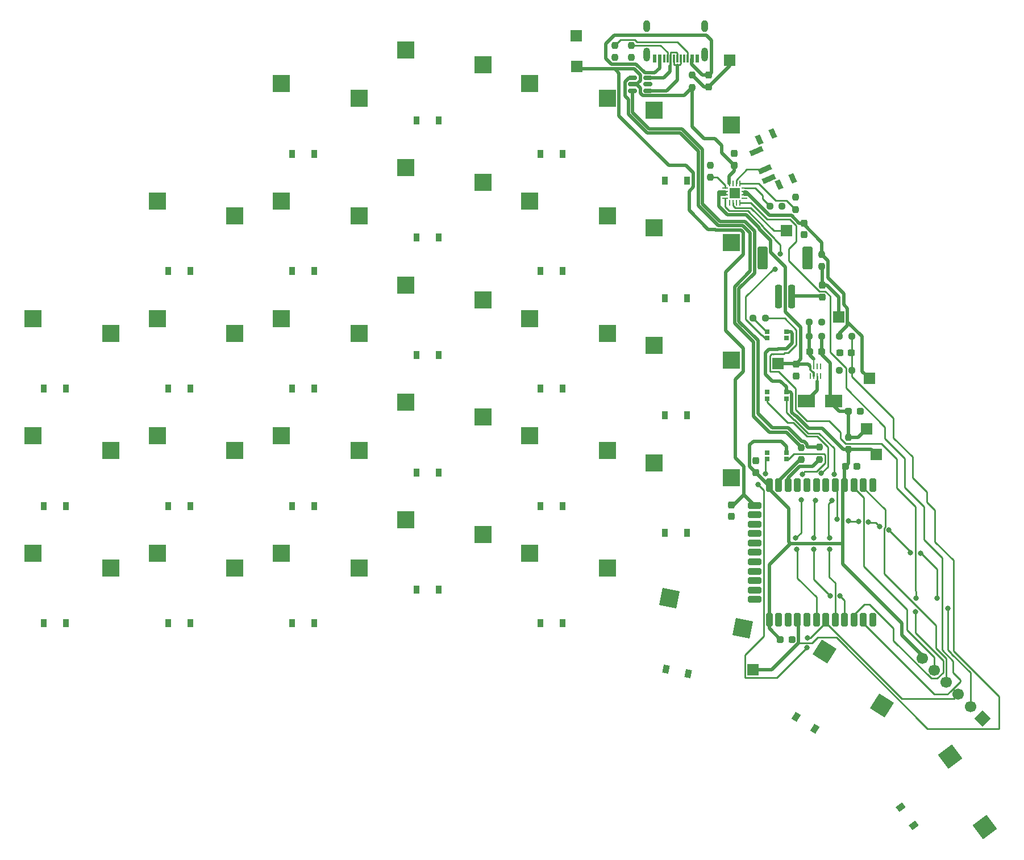
<source format=gbr>
%TF.GenerationSoftware,KiCad,Pcbnew,7.0.1*%
%TF.CreationDate,2023-03-12T20:23:32+01:00*%
%TF.ProjectId,grapto-v3w-left,67726170-746f-42d7-9633-772d6c656674,v1.0.0*%
%TF.SameCoordinates,Original*%
%TF.FileFunction,Copper,L2,Bot*%
%TF.FilePolarity,Positive*%
%FSLAX46Y46*%
G04 Gerber Fmt 4.6, Leading zero omitted, Abs format (unit mm)*
G04 Created by KiCad (PCBNEW 7.0.1) date 2023-03-12 20:23:32*
%MOMM*%
%LPD*%
G01*
G04 APERTURE LIST*
G04 Aperture macros list*
%AMRoundRect*
0 Rectangle with rounded corners*
0 $1 Rounding radius*
0 $2 $3 $4 $5 $6 $7 $8 $9 X,Y pos of 4 corners*
0 Add a 4 corners polygon primitive as box body*
4,1,4,$2,$3,$4,$5,$6,$7,$8,$9,$2,$3,0*
0 Add four circle primitives for the rounded corners*
1,1,$1+$1,$2,$3*
1,1,$1+$1,$4,$5*
1,1,$1+$1,$6,$7*
1,1,$1+$1,$8,$9*
0 Add four rect primitives between the rounded corners*
20,1,$1+$1,$2,$3,$4,$5,0*
20,1,$1+$1,$4,$5,$6,$7,0*
20,1,$1+$1,$6,$7,$8,$9,0*
20,1,$1+$1,$8,$9,$2,$3,0*%
%AMHorizOval*
0 Thick line with rounded ends*
0 $1 width*
0 $2 $3 position (X,Y) of the first rounded end (center of the circle)*
0 $4 $5 position (X,Y) of the second rounded end (center of the circle)*
0 Add line between two ends*
20,1,$1,$2,$3,$4,$5,0*
0 Add two circle primitives to create the rounded ends*
1,1,$1,$2,$3*
1,1,$1,$4,$5*%
%AMRotRect*
0 Rectangle, with rotation*
0 The origin of the aperture is its center*
0 $1 length*
0 $2 width*
0 $3 Rotation angle, in degrees counterclockwise*
0 Add horizontal line*
21,1,$1,$2,0,0,$3*%
G04 Aperture macros list end*
%TA.AperFunction,SMDPad,CuDef*%
%ADD10RoundRect,0.062500X0.375000X0.062500X-0.375000X0.062500X-0.375000X-0.062500X0.375000X-0.062500X0*%
%TD*%
%TA.AperFunction,SMDPad,CuDef*%
%ADD11RoundRect,0.062500X0.062500X0.375000X-0.062500X0.375000X-0.062500X-0.375000X0.062500X-0.375000X0*%
%TD*%
%TA.AperFunction,SMDPad,CuDef*%
%ADD12R,1.600000X1.600000*%
%TD*%
%TA.AperFunction,SMDPad,CuDef*%
%ADD13RoundRect,0.150000X0.512500X0.150000X-0.512500X0.150000X-0.512500X-0.150000X0.512500X-0.150000X0*%
%TD*%
%TA.AperFunction,SMDPad,CuDef*%
%ADD14RoundRect,0.062500X-0.062500X0.337500X-0.062500X-0.337500X0.062500X-0.337500X0.062500X0.337500X0*%
%TD*%
%TA.AperFunction,SMDPad,CuDef*%
%ADD15RoundRect,0.250000X0.250000X-0.750000X0.250000X0.750000X-0.250000X0.750000X-0.250000X-0.750000X0*%
%TD*%
%TA.AperFunction,SMDPad,CuDef*%
%ADD16RoundRect,0.250000X-0.750000X-0.250000X0.750000X-0.250000X0.750000X0.250000X-0.750000X0.250000X0*%
%TD*%
%TA.AperFunction,SMDPad,CuDef*%
%ADD17RoundRect,0.250000X-0.250000X0.750000X-0.250000X-0.750000X0.250000X-0.750000X0.250000X0.750000X0*%
%TD*%
%TA.AperFunction,ComponentPad*%
%ADD18R,1.700000X1.700000*%
%TD*%
%TA.AperFunction,SMDPad,CuDef*%
%ADD19RotRect,1.400000X0.800000X293.800000*%
%TD*%
%TA.AperFunction,SMDPad,CuDef*%
%ADD20RotRect,0.800000X2.000000X293.800000*%
%TD*%
%TA.AperFunction,SMDPad,CuDef*%
%ADD21RoundRect,0.237500X0.250000X0.237500X-0.250000X0.237500X-0.250000X-0.237500X0.250000X-0.237500X0*%
%TD*%
%TA.AperFunction,SMDPad,CuDef*%
%ADD22RoundRect,0.237500X-0.237500X0.250000X-0.237500X-0.250000X0.237500X-0.250000X0.237500X0.250000X0*%
%TD*%
%TA.AperFunction,SMDPad,CuDef*%
%ADD23RoundRect,0.237500X-0.250000X-0.237500X0.250000X-0.237500X0.250000X0.237500X-0.250000X0.237500X0*%
%TD*%
%TA.AperFunction,SMDPad,CuDef*%
%ADD24RoundRect,0.237500X0.237500X-0.250000X0.237500X0.250000X-0.237500X0.250000X-0.237500X-0.250000X0*%
%TD*%
%TA.AperFunction,SMDPad,CuDef*%
%ADD25R,2.500000X1.900000*%
%TD*%
%TA.AperFunction,ComponentPad*%
%ADD26RotRect,1.700000X1.700000X45.000000*%
%TD*%
%TA.AperFunction,ComponentPad*%
%ADD27HorizOval,1.700000X0.000000X0.000000X0.000000X0.000000X0*%
%TD*%
%TA.AperFunction,SMDPad,CuDef*%
%ADD28R,0.600000X1.240000*%
%TD*%
%TA.AperFunction,SMDPad,CuDef*%
%ADD29R,0.300000X1.240000*%
%TD*%
%TA.AperFunction,ComponentPad*%
%ADD30O,1.000000X1.800000*%
%TD*%
%TA.AperFunction,ComponentPad*%
%ADD31O,1.000000X2.100000*%
%TD*%
%TA.AperFunction,SMDPad,CuDef*%
%ADD32RoundRect,0.250000X-0.250000X-1.500000X0.250000X-1.500000X0.250000X1.500000X-0.250000X1.500000X0*%
%TD*%
%TA.AperFunction,SMDPad,CuDef*%
%ADD33RoundRect,0.250001X-0.499999X-1.449999X0.499999X-1.449999X0.499999X1.449999X-0.499999X1.449999X0*%
%TD*%
%TA.AperFunction,SMDPad,CuDef*%
%ADD34RoundRect,0.237500X-0.237500X0.287500X-0.237500X-0.287500X0.237500X-0.287500X0.237500X0.287500X0*%
%TD*%
%TA.AperFunction,SMDPad,CuDef*%
%ADD35RoundRect,0.237500X0.237500X-0.287500X0.237500X0.287500X-0.237500X0.287500X-0.237500X-0.287500X0*%
%TD*%
%TA.AperFunction,SMDPad,CuDef*%
%ADD36R,0.700000X0.700000*%
%TD*%
%TA.AperFunction,SMDPad,CuDef*%
%ADD37RoundRect,0.237500X-0.287500X-0.237500X0.287500X-0.237500X0.287500X0.237500X-0.287500X0.237500X0*%
%TD*%
%TA.AperFunction,SMDPad,CuDef*%
%ADD38RoundRect,0.237500X0.300000X0.237500X-0.300000X0.237500X-0.300000X-0.237500X0.300000X-0.237500X0*%
%TD*%
%TA.AperFunction,SMDPad,CuDef*%
%ADD39RoundRect,0.237500X0.287500X0.237500X-0.287500X0.237500X-0.287500X-0.237500X0.287500X-0.237500X0*%
%TD*%
%TA.AperFunction,SMDPad,CuDef*%
%ADD40RoundRect,0.237500X0.237500X-0.300000X0.237500X0.300000X-0.237500X0.300000X-0.237500X-0.300000X0*%
%TD*%
%TA.AperFunction,SMDPad,CuDef*%
%ADD41R,2.600000X2.600000*%
%TD*%
%TA.AperFunction,SMDPad,CuDef*%
%ADD42RotRect,2.600000X2.600000X348.500000*%
%TD*%
%TA.AperFunction,SMDPad,CuDef*%
%ADD43RotRect,2.600000X2.600000X327.780000*%
%TD*%
%TA.AperFunction,SMDPad,CuDef*%
%ADD44RotRect,2.600000X2.600000X307.060000*%
%TD*%
%TA.AperFunction,SMDPad,CuDef*%
%ADD45R,0.900000X1.200000*%
%TD*%
%TA.AperFunction,SMDPad,CuDef*%
%ADD46RotRect,0.900000X1.200000X348.500000*%
%TD*%
%TA.AperFunction,SMDPad,CuDef*%
%ADD47RotRect,0.900000X1.200000X327.780000*%
%TD*%
%TA.AperFunction,SMDPad,CuDef*%
%ADD48RotRect,0.900000X1.200000X307.060000*%
%TD*%
%TA.AperFunction,ViaPad*%
%ADD49C,0.800000*%
%TD*%
%TA.AperFunction,Conductor*%
%ADD50C,0.250000*%
%TD*%
%TA.AperFunction,Conductor*%
%ADD51C,0.500000*%
%TD*%
%TA.AperFunction,Conductor*%
%ADD52C,0.200000*%
%TD*%
%TA.AperFunction,Conductor*%
%ADD53C,0.300000*%
%TD*%
G04 APERTURE END LIST*
D10*
%TO.P,U4,1,TS*%
%TO.N,Net-(U4-TS)*%
X342700000Y-119600000D03*
%TO.P,U4,2,BAT*%
%TO.N,/controller/BatteryManagement/bat_fused*%
X342700000Y-120100000D03*
%TO.P,U4,3,BAT*%
X342700000Y-120600000D03*
%TO.P,U4,4,~{CE}*%
%TO.N,sysgnd*%
X342700000Y-121100000D03*
D11*
%TO.P,U4,5,EN2*%
%TO.N,/controller/fast_chg*%
X342012500Y-121787500D03*
%TO.P,U4,6,EN1*%
%TO.N,sysgnd*%
X341512500Y-121787500D03*
%TO.P,U4,7,~{PGOOD}*%
%TO.N,Net-(U4-~{PGOOD})*%
X341012500Y-121787500D03*
%TO.P,U4,8,VSS*%
%TO.N,sysgnd*%
X340512500Y-121787500D03*
D10*
%TO.P,U4,9,~{CHG}*%
%TO.N,/controller/chg_led*%
X339825000Y-121100000D03*
%TO.P,U4,10,OUT*%
%TO.N,vsys*%
X339825000Y-120600000D03*
%TO.P,U4,11,OUT*%
X339825000Y-120100000D03*
%TO.P,U4,12,ILIM*%
%TO.N,Net-(U4-ILIM)*%
X339825000Y-119600000D03*
D11*
%TO.P,U4,13,IN*%
%TO.N,/controller/vusb*%
X340512500Y-118912500D03*
%TO.P,U4,14,TMR*%
%TO.N,unconnected-(U4-TMR-Pad14)*%
X341012500Y-118912500D03*
%TO.P,U4,15,SYSOFF*%
%TO.N,Net-(SW31-B)*%
X341512500Y-118912500D03*
%TO.P,U4,16,ISET*%
%TO.N,Net-(U4-ISET)*%
X342012500Y-118912500D03*
D12*
%TO.P,U4,17,VSS*%
%TO.N,sysgnd*%
X341262500Y-120350000D03*
%TD*%
D13*
%TO.P,U3,1,I/O1*%
%TO.N,usb1_n*%
X328337500Y-103200000D03*
%TO.P,U3,2,GND*%
%TO.N,sysgnd*%
X328337500Y-104150000D03*
%TO.P,U3,3,I/O2*%
%TO.N,usb1_p*%
X328337500Y-105100000D03*
%TO.P,U3,4,I/O2*%
%TO.N,USB0_P*%
X326062500Y-105100000D03*
%TO.P,U3,5,VBUS*%
%TO.N,/controller/vusb*%
X326062500Y-104150000D03*
%TO.P,U3,6,I/O1*%
%TO.N,USB0_N*%
X326062500Y-103200000D03*
%TD*%
D14*
%TO.P,U2,1,EN*%
%TO.N,vsys*%
X352515000Y-146185000D03*
%TO.P,U2,2,FB*%
%TO.N,Net-(U2-FB)*%
X353015000Y-146185000D03*
%TO.P,U2,3,AGND*%
%TO.N,sysgnd*%
X353515000Y-146185000D03*
%TO.P,U2,4,NC*%
%TO.N,unconnected-(U2-NC-Pad4)*%
X354015000Y-146185000D03*
%TO.P,U2,5,PGND*%
%TO.N,sysgnd*%
X354015000Y-147635000D03*
%TO.P,U2,6,SW*%
%TO.N,Net-(U2-SW)*%
X353515000Y-147635000D03*
%TO.P,U2,7,VIN*%
%TO.N,vsys*%
X353015000Y-147635000D03*
%TO.P,U2,8,PG*%
%TO.N,unconnected-(U2-PG-Pad8)*%
X352515000Y-147635000D03*
%TD*%
D15*
%TO.P,U1,1,GND*%
%TO.N,sysgnd*%
X361820000Y-183970000D03*
%TO.P,U1,2,P1.10*%
%TO.N,/controller/fast_chg*%
X360420000Y-183970000D03*
%TO.P,U1,3,P1.13*%
%TO.N,/controller/fast_chg_led*%
X359020000Y-183970000D03*
%TO.P,U1,4,P1.15*%
%TO.N,/controller/bat_lvl1*%
X357620000Y-183970000D03*
%TO.P,U1,5,P0.02/AIN0*%
%TO.N,/controller/bat_lvl2*%
X356220000Y-183970000D03*
%TO.P,U1,6,P0.04/AIN1*%
%TO.N,/controller/status1*%
X354820000Y-183970000D03*
%TO.P,U1,7,P0.28/AIN4*%
%TO.N,/controller/status2*%
X353420000Y-183970000D03*
%TO.P,U1,8,P0.29/AIN5*%
%TO.N,sysgnd*%
X352020000Y-183970000D03*
%TO.P,U1,9,P0.31/AIN7*%
%TO.N,/controller/low_batt*%
X350620000Y-183970000D03*
%TO.P,U1,10,P0.30/AIN6*%
%TO.N,col5*%
X349220000Y-183970000D03*
%TO.P,U1,11,AIN3*%
%TO.N,col4*%
X347820000Y-183970000D03*
%TO.P,U1,12,VDD*%
%TO.N,/controller/vdd*%
X346420000Y-183970000D03*
D16*
%TO.P,U1,13,GND*%
%TO.N,sysgnd*%
X344220000Y-180920000D03*
%TO.P,U1,14,P0.04/AIN2*%
%TO.N,col3*%
X344220000Y-179520000D03*
%TO.P,U1,15,P0.26*%
%TO.N,col2*%
X344220000Y-178120000D03*
%TO.P,U1,16,P0.27*%
%TO.N,col1*%
X344220000Y-176720000D03*
%TO.P,U1,17,P0.06*%
%TO.N,col0*%
X344220000Y-175320000D03*
%TO.P,U1,18,P0.10/NFC2*%
%TO.N,row4*%
X344220000Y-173920000D03*
%TO.P,U1,19,P0.09/NFC1*%
%TO.N,row3*%
X344220000Y-172520000D03*
%TO.P,U1,20,P0.08*%
%TO.N,row2*%
X344220000Y-171120000D03*
%TO.P,U1,21,P1.09*%
%TO.N,row1*%
X344220000Y-169720000D03*
%TO.P,U1,22,P0.12*%
%TO.N,row0*%
X344220000Y-168320000D03*
%TO.P,U1,23,VBUS*%
%TO.N,/controller/vusb*%
X344220000Y-166920000D03*
D17*
%TO.P,U1,24,VDD*%
%TO.N,/controller/vdd*%
X346420000Y-163870000D03*
%TO.P,U1,25,USB_D-*%
%TO.N,USB_N*%
X347820000Y-163870000D03*
%TO.P,U1,26,USB_D+*%
%TO.N,USB_P*%
X349220000Y-163870000D03*
%TO.P,U1,27,P0.13*%
%TO.N,sysgnd*%
X350620000Y-163870000D03*
%TO.P,U1,28,P0.15*%
X352020000Y-163870000D03*
%TO.P,U1,29,P0.17*%
X353420000Y-163870000D03*
%TO.P,U1,30,P0.24*%
X354820000Y-163870000D03*
%TO.P,U1,31,RST/SWO*%
%TO.N,/controller/reset*%
X356220000Y-163870000D03*
%TO.P,U1,32,VDD*%
%TO.N,/controller/vdd*%
X357620000Y-163870000D03*
%TO.P,U1,33,SWDIO*%
%TO.N,/controller/swdio*%
X359020000Y-163870000D03*
%TO.P,U1,34,SWDCLK*%
%TO.N,/controller/swdclk*%
X360420000Y-163870000D03*
%TO.P,U1,35,GND*%
%TO.N,sysgnd*%
X361820000Y-163870000D03*
%TD*%
D18*
%TO.P,TP22,1,1*%
%TO.N,/controller/low_batt*%
X343940000Y-191410000D03*
%TD*%
%TO.P,TP18,1,1*%
%TO.N,/controller/vdd*%
X362330000Y-159290000D03*
%TD*%
%TO.P,TP17,1,1*%
%TO.N,Net-(C17-Pad1)*%
X360870000Y-155530000D03*
%TD*%
%TO.P,TP16,1,1*%
%TO.N,vsys*%
X347700000Y-145800000D03*
%TD*%
%TO.P,TP15,1,1*%
%TO.N,sysgnd*%
X317650000Y-96950000D03*
%TD*%
%TO.P,TP14,1,1*%
%TO.N,/controller/vusb*%
X317700000Y-101500000D03*
%TD*%
%TO.P,TP13,1,1*%
%TO.N,Net-(F4-Pad2)*%
X340500000Y-100560000D03*
%TD*%
%TO.P,TP11,1,1*%
%TO.N,/controller/BatteryManagement/bat_fused*%
X361300000Y-148000000D03*
%TD*%
%TO.P,TP10,1,1*%
%TO.N,Net-(F3-Pad2)*%
X356760000Y-138860000D03*
%TD*%
%TO.P,TP1,1,1*%
%TO.N,Net-(U4-~{PGOOD})*%
X349000000Y-126000000D03*
%TD*%
D19*
%TO.P,SW31,*%
%TO.N,*%
X347859272Y-119084368D03*
X346935452Y-111513327D03*
X349881333Y-118192533D03*
X344913391Y-112405163D03*
D20*
%TO.P,SW31,1,A*%
%TO.N,sysgnd*%
X344517647Y-114109829D03*
%TO.P,SW31,2,B*%
%TO.N,Net-(SW31-B)*%
X345728283Y-116854708D03*
%TO.P,SW31,3,C*%
%TO.N,unconnected-(SW31-C-Pad3)*%
X346333601Y-118227147D03*
%TD*%
D21*
%TO.P,R30,1*%
%TO.N,/controller/low_batt*%
X358672500Y-146800000D03*
%TO.P,R30,2*%
%TO.N,sysgnd*%
X356847500Y-146800000D03*
%TD*%
D22*
%TO.P,R25,1*%
%TO.N,USB0_P*%
X353910000Y-158257500D03*
%TO.P,R25,2*%
%TO.N,USB_P*%
X353910000Y-160082500D03*
%TD*%
%TO.P,R24,1*%
%TO.N,USB0_N*%
X351130000Y-158277500D03*
%TO.P,R24,2*%
%TO.N,USB_N*%
X351130000Y-160102500D03*
%TD*%
%TO.P,R23,1*%
%TO.N,cc2*%
X323400000Y-98337500D03*
%TO.P,R23,2*%
%TO.N,sysgnd*%
X323400000Y-100162500D03*
%TD*%
%TO.P,R20,1*%
%TO.N,cc1*%
X325860000Y-98327500D03*
%TO.P,R20,2*%
%TO.N,sysgnd*%
X325860000Y-100152500D03*
%TD*%
D23*
%TO.P,R19,1*%
%TO.N,/controller/BatteryManagement/bat_fused*%
X356857500Y-141700000D03*
%TO.P,R19,2*%
%TO.N,/controller/low_batt*%
X358682500Y-141700000D03*
%TD*%
D24*
%TO.P,R14,1*%
%TO.N,Net-(F3-Pad2)*%
X354260000Y-131312500D03*
%TO.P,R14,2*%
%TO.N,/controller/BatteryManagement/bat_fused*%
X354260000Y-129487500D03*
%TD*%
D22*
%TO.P,R13,1*%
%TO.N,Net-(F4-Pad2)*%
X334930000Y-102787500D03*
%TO.P,R13,2*%
%TO.N,/controller/vusb*%
X334930000Y-104612500D03*
%TD*%
D23*
%TO.P,R9,1*%
%TO.N,Net-(U2-FB)*%
X352387500Y-139600000D03*
%TO.P,R9,2*%
%TO.N,sysgnd*%
X354212500Y-139600000D03*
%TD*%
D24*
%TO.P,R8,1*%
%TO.N,Net-(U4-ISET)*%
X350300000Y-122812500D03*
%TO.P,R8,2*%
%TO.N,sysgnd*%
X350300000Y-120987500D03*
%TD*%
%TO.P,R7,1*%
%TO.N,Net-(U4-ILIM)*%
X337600000Y-118012500D03*
%TO.P,R7,2*%
%TO.N,sysgnd*%
X337600000Y-116187500D03*
%TD*%
D21*
%TO.P,R5,1*%
%TO.N,Net-(C17-Pad1)*%
X354200000Y-141730000D03*
%TO.P,R5,2*%
%TO.N,Net-(U2-FB)*%
X352375000Y-141730000D03*
%TD*%
D23*
%TO.P,R4,2*%
%TO.N,sysgnd*%
X348312500Y-122300000D03*
%TO.P,R4,1*%
%TO.N,Net-(U4-TS)*%
X346487500Y-122300000D03*
%TD*%
D22*
%TO.P,R2,1*%
%TO.N,Net-(C17-Pad1)*%
X358170000Y-156737500D03*
%TO.P,R2,2*%
%TO.N,/controller/vdd*%
X358170000Y-158562500D03*
%TD*%
D21*
%TO.P,R1,2*%
%TO.N,Net-(D30-RK)*%
X343975000Y-139000000D03*
%TO.P,R1,1*%
%TO.N,/controller/fast_chg_led*%
X345800000Y-139000000D03*
%TD*%
D25*
%TO.P,L2,1,1*%
%TO.N,Net-(U2-SW)*%
X351900000Y-151380000D03*
%TO.P,L2,2,2*%
%TO.N,Net-(C17-Pad1)*%
X356000000Y-151380000D03*
%TD*%
D26*
%TO.P,J8,1,Pin_1*%
%TO.N,sysgnd*%
X378166051Y-198676051D03*
D27*
%TO.P,J8,2,Pin_2*%
%TO.N,/controller/reset*%
X376370000Y-196880000D03*
%TO.P,J8,3,Pin_3*%
%TO.N,/controller/status1*%
X374573949Y-195083949D03*
%TO.P,J8,4,Pin_4*%
%TO.N,/controller/swdclk*%
X372777897Y-193287897D03*
%TO.P,J8,5,Pin_5*%
%TO.N,/controller/swdio*%
X370981846Y-191491846D03*
%TO.P,J8,6,Pin_6*%
%TO.N,/controller/vdd*%
X369185795Y-189695795D03*
%TD*%
D28*
%TO.P,J6,A1,GND*%
%TO.N,sysgnd*%
X329290000Y-100320000D03*
%TO.P,J6,A4,VBUS*%
%TO.N,vbus_no_fuse*%
X330090000Y-100320000D03*
D29*
%TO.P,J6,A5,CC1*%
%TO.N,cc1*%
X331240000Y-100320000D03*
%TO.P,J6,A6,D+*%
%TO.N,usb1_p*%
X332240000Y-100320000D03*
%TO.P,J6,A7,D-*%
%TO.N,usb1_n*%
X332740000Y-100320000D03*
%TO.P,J6,A8,SBU1*%
%TO.N,unconnected-(J6-SBU1-PadA8)*%
X333740000Y-100320000D03*
D28*
%TO.P,J6,A9,VBUS*%
%TO.N,vbus_no_fuse*%
X334890000Y-100320000D03*
%TO.P,J6,A12,GND*%
%TO.N,sysgnd*%
X335690000Y-100320000D03*
%TO.P,J6,B1,GND*%
X335690000Y-100320000D03*
%TO.P,J6,B4,VBUS*%
%TO.N,vbus_no_fuse*%
X334890000Y-100320000D03*
D29*
%TO.P,J6,B5,CC2*%
%TO.N,cc2*%
X334240000Y-100320000D03*
%TO.P,J6,B6,D+*%
%TO.N,usb1_p*%
X333240000Y-100320000D03*
%TO.P,J6,B7,D-*%
%TO.N,usb1_n*%
X331740000Y-100320000D03*
%TO.P,J6,B8,SBU2*%
%TO.N,unconnected-(J6-SBU2-PadB8)*%
X330740000Y-100320000D03*
D28*
%TO.P,J6,B9,VBUS*%
%TO.N,vbus_no_fuse*%
X330090000Y-100320000D03*
%TO.P,J6,B12,GND*%
%TO.N,sysgnd*%
X329290000Y-100320000D03*
D30*
%TO.P,J6,S1,SHIELD*%
%TO.N,/controller/chassi*%
X328170000Y-95520000D03*
D31*
X328170000Y-99720000D03*
X336810000Y-99720000D03*
D30*
X336810000Y-95520000D03*
%TD*%
D32*
%TO.P,J1,1,Pin_1*%
%TO.N,sysgnd*%
X347770000Y-135760000D03*
%TO.P,J1,2,Pin_2*%
%TO.N,/controller/BatteryManagement/bat+*%
X349770000Y-135760000D03*
D33*
%TO.P,J1,MP*%
%TO.N,N/C*%
X352120000Y-130010000D03*
X345420000Y-130010000D03*
%TD*%
D34*
%TO.P,F4,2*%
%TO.N,Net-(F4-Pad2)*%
X337380000Y-104515000D03*
%TO.P,F4,1*%
%TO.N,vbus_no_fuse*%
X337380000Y-102765000D03*
%TD*%
D35*
%TO.P,F3,2*%
%TO.N,Net-(F3-Pad2)*%
X354290000Y-134095000D03*
%TO.P,F3,1*%
%TO.N,/controller/BatteryManagement/bat+*%
X354290000Y-135845000D03*
%TD*%
D36*
%TO.P,D32,1,A*%
%TO.N,/controller/vdd*%
X348950000Y-159060000D03*
%TO.P,D32,2,RK*%
%TO.N,unconnected-(D32-RK-Pad2)*%
X346050000Y-159060000D03*
%TO.P,D32,3,GK*%
%TO.N,/controller/status1*%
X346050000Y-160010000D03*
%TO.P,D32,4,BK*%
%TO.N,/controller/status2*%
X348950000Y-160010000D03*
%TD*%
%TO.P,D31,1,A*%
%TO.N,/controller/vdd*%
X348950000Y-150045000D03*
%TO.P,D31,2,RK*%
%TO.N,unconnected-(D31-RK-Pad2)*%
X346050000Y-150045000D03*
%TO.P,D31,3,GK*%
%TO.N,/controller/bat_lvl1*%
X346050000Y-150995000D03*
%TO.P,D31,4,BK*%
%TO.N,/controller/bat_lvl2*%
X348950000Y-150995000D03*
%TD*%
%TO.P,D30,1,A*%
%TO.N,/controller/vdd*%
X348960000Y-141045000D03*
%TO.P,D30,2,RK*%
%TO.N,Net-(D30-RK)*%
X346060000Y-141045000D03*
%TO.P,D30,3,GK*%
%TO.N,/controller/chg_led*%
X346060000Y-141995000D03*
%TO.P,D30,4,BK*%
%TO.N,unconnected-(D30-BK-Pad4)*%
X348960000Y-141995000D03*
%TD*%
D37*
%TO.P,C17,1*%
%TO.N,Net-(C17-Pad1)*%
X358205000Y-152870000D03*
%TO.P,C17,2*%
%TO.N,sysgnd*%
X359955000Y-152870000D03*
%TD*%
D34*
%TO.P,C16,1*%
%TO.N,vsys*%
X350380000Y-145855000D03*
%TO.P,C16,2*%
%TO.N,sysgnd*%
X350380000Y-147605000D03*
%TD*%
%TO.P,C10,1*%
%TO.N,/controller/BatteryManagement/bat_fused*%
X351600000Y-124825000D03*
%TO.P,C10,2*%
%TO.N,sysgnd*%
X351600000Y-126575000D03*
%TD*%
%TO.P,C7,1*%
%TO.N,/controller/vusb*%
X340770000Y-166820000D03*
%TO.P,C7,2*%
%TO.N,sysgnd*%
X340770000Y-168570000D03*
%TD*%
D37*
%TO.P,C6,1*%
%TO.N,/controller/vdd*%
X348060000Y-186880000D03*
%TO.P,C6,2*%
%TO.N,sysgnd*%
X349810000Y-186880000D03*
%TD*%
D38*
%TO.P,C5,1*%
%TO.N,/controller/low_batt*%
X358662500Y-144200000D03*
%TO.P,C5,2*%
%TO.N,sysgnd*%
X356937500Y-144200000D03*
%TD*%
D35*
%TO.P,C4,1*%
%TO.N,/controller/vdd*%
X344410000Y-161995000D03*
%TO.P,C4,2*%
%TO.N,sysgnd*%
X344410000Y-160245000D03*
%TD*%
D37*
%TO.P,C3,2*%
%TO.N,sysgnd*%
X359495000Y-161090000D03*
%TO.P,C3,1*%
%TO.N,/controller/vdd*%
X357745000Y-161090000D03*
%TD*%
D39*
%TO.P,C2,1*%
%TO.N,Net-(C17-Pad1)*%
X354180000Y-144010000D03*
%TO.P,C2,2*%
%TO.N,Net-(U2-FB)*%
X352430000Y-144010000D03*
%TD*%
D40*
%TO.P,C1,1*%
%TO.N,/controller/vusb*%
X341200000Y-116200000D03*
%TO.P,C1,2*%
%TO.N,sysgnd*%
X341200000Y-114475000D03*
%TD*%
D41*
%TO.P,S1,1*%
%TO.N,col5row3*%
X236725000Y-174050000D03*
%TO.P,S1,2*%
%TO.N,row3*%
X248275000Y-176250000D03*
%TD*%
%TO.P,S2,1*%
%TO.N,col5row2*%
X236725000Y-156550000D03*
%TO.P,S2,2*%
%TO.N,row2*%
X248275000Y-158750000D03*
%TD*%
%TO.P,S3,1*%
%TO.N,col5row1*%
X236725000Y-139050000D03*
%TO.P,S3,2*%
%TO.N,row1*%
X248275000Y-141250000D03*
%TD*%
%TO.P,S4,1*%
%TO.N,col4row3*%
X255225000Y-174050000D03*
%TO.P,S4,2*%
%TO.N,row3*%
X266775000Y-176250000D03*
%TD*%
%TO.P,S5,1*%
%TO.N,col4row2*%
X255225000Y-156550000D03*
%TO.P,S5,2*%
%TO.N,row2*%
X266775000Y-158750000D03*
%TD*%
%TO.P,S6,1*%
%TO.N,col4row1*%
X255225000Y-139050000D03*
%TO.P,S6,2*%
%TO.N,row1*%
X266775000Y-141250000D03*
%TD*%
%TO.P,S7,1*%
%TO.N,col4row0*%
X255225000Y-121550000D03*
%TO.P,S7,2*%
%TO.N,row0*%
X266775000Y-123750000D03*
%TD*%
%TO.P,S8,1*%
%TO.N,col5row4*%
X273725000Y-174050000D03*
%TO.P,S8,2*%
%TO.N,row4*%
X285275000Y-176250000D03*
%TD*%
%TO.P,S9,1*%
%TO.N,col3row3*%
X273725000Y-156550000D03*
%TO.P,S9,2*%
%TO.N,row3*%
X285275000Y-158750000D03*
%TD*%
%TO.P,S10,1*%
%TO.N,col3row2*%
X273725000Y-139050000D03*
%TO.P,S10,2*%
%TO.N,row2*%
X285275000Y-141250000D03*
%TD*%
%TO.P,S11,1*%
%TO.N,col3row1*%
X273725000Y-121550000D03*
%TO.P,S11,2*%
%TO.N,row1*%
X285275000Y-123750000D03*
%TD*%
%TO.P,S12,1*%
%TO.N,col3row0*%
X273725000Y-104050000D03*
%TO.P,S12,2*%
%TO.N,row0*%
X285275000Y-106250000D03*
%TD*%
%TO.P,S13,1*%
%TO.N,col4row4*%
X292225000Y-169050000D03*
%TO.P,S13,2*%
%TO.N,row4*%
X303775000Y-171250000D03*
%TD*%
%TO.P,S14,1*%
%TO.N,col2row3*%
X292225000Y-151550000D03*
%TO.P,S14,2*%
%TO.N,row3*%
X303775000Y-153750000D03*
%TD*%
%TO.P,S15,1*%
%TO.N,col2row2*%
X292225000Y-134050000D03*
%TO.P,S15,2*%
%TO.N,row2*%
X303775000Y-136250000D03*
%TD*%
%TO.P,S16,1*%
%TO.N,col2row1*%
X292225000Y-116550000D03*
%TO.P,S16,2*%
%TO.N,row1*%
X303775000Y-118750000D03*
%TD*%
%TO.P,S17,1*%
%TO.N,col2row0*%
X292225000Y-99050000D03*
%TO.P,S17,2*%
%TO.N,row0*%
X303775000Y-101250000D03*
%TD*%
%TO.P,S18,1*%
%TO.N,col3row4*%
X310725000Y-174050000D03*
%TO.P,S18,2*%
%TO.N,row4*%
X322275000Y-176250000D03*
%TD*%
%TO.P,S19,1*%
%TO.N,col1row3*%
X310725000Y-156550000D03*
%TO.P,S19,2*%
%TO.N,row3*%
X322275000Y-158750000D03*
%TD*%
%TO.P,S20,1*%
%TO.N,col1row2*%
X310725000Y-139050000D03*
%TO.P,S20,2*%
%TO.N,row2*%
X322275000Y-141250000D03*
%TD*%
%TO.P,S21,1*%
%TO.N,col1row1*%
X310725000Y-121550000D03*
%TO.P,S21,2*%
%TO.N,row1*%
X322275000Y-123750000D03*
%TD*%
%TO.P,S22,1*%
%TO.N,col1row0*%
X310725000Y-104050000D03*
%TO.P,S22,2*%
%TO.N,row0*%
X322275000Y-106250000D03*
%TD*%
%TO.P,S23,1*%
%TO.N,col0row3*%
X329225000Y-160550000D03*
%TO.P,S23,2*%
%TO.N,row3*%
X340775000Y-162750000D03*
%TD*%
%TO.P,S24,1*%
%TO.N,col0row2*%
X329225000Y-143050000D03*
%TO.P,S24,2*%
%TO.N,row2*%
X340775000Y-145250000D03*
%TD*%
%TO.P,S25,1*%
%TO.N,col0row1*%
X329225000Y-125550000D03*
%TO.P,S25,2*%
%TO.N,row1*%
X340775000Y-127750000D03*
%TD*%
%TO.P,S26,1*%
%TO.N,col0row0*%
X329225000Y-108050000D03*
%TO.P,S26,2*%
%TO.N,row0*%
X340775000Y-110250000D03*
%TD*%
D42*
%TO.P,S27,1*%
%TO.N,col2row4*%
X331547924Y-180737171D03*
%TO.P,S27,2*%
%TO.N,row4*%
X342427445Y-185195705D03*
%TD*%
D43*
%TO.P,S28,1*%
%TO.N,col1row4*%
X354601704Y-188716882D03*
%TO.P,S28,2*%
%TO.N,row4*%
X363200108Y-196736230D03*
%TD*%
D44*
%TO.P,S29,1*%
%TO.N,col0row4*%
X373341147Y-204336928D03*
%TO.P,S29,2*%
%TO.N,row4*%
X378546155Y-214879716D03*
%TD*%
D41*
%TO.P,S88,1*%
%TO.N,col5row3*%
X236725000Y-174050000D03*
%TO.P,S88,2*%
%TO.N,row3*%
X248275000Y-176250000D03*
%TD*%
%TO.P,S89,1*%
%TO.N,col5row2*%
X236725000Y-156550000D03*
%TO.P,S89,2*%
%TO.N,row2*%
X248275000Y-158750000D03*
%TD*%
%TO.P,S90,1*%
%TO.N,col5row1*%
X236725000Y-139050000D03*
%TO.P,S90,2*%
%TO.N,row1*%
X248275000Y-141250000D03*
%TD*%
%TO.P,S91,1*%
%TO.N,col4row3*%
X255225000Y-174050000D03*
%TO.P,S91,2*%
%TO.N,row3*%
X266775000Y-176250000D03*
%TD*%
%TO.P,S92,1*%
%TO.N,col4row2*%
X255225000Y-156550000D03*
%TO.P,S92,2*%
%TO.N,row2*%
X266775000Y-158750000D03*
%TD*%
%TO.P,S93,1*%
%TO.N,col4row1*%
X255225000Y-139050000D03*
%TO.P,S93,2*%
%TO.N,row1*%
X266775000Y-141250000D03*
%TD*%
%TO.P,S94,1*%
%TO.N,col4row0*%
X255225000Y-121550000D03*
%TO.P,S94,2*%
%TO.N,row0*%
X266775000Y-123750000D03*
%TD*%
%TO.P,S95,1*%
%TO.N,col5row4*%
X273725000Y-174050000D03*
%TO.P,S95,2*%
%TO.N,row4*%
X285275000Y-176250000D03*
%TD*%
%TO.P,S96,1*%
%TO.N,col3row3*%
X273725000Y-156550000D03*
%TO.P,S96,2*%
%TO.N,row3*%
X285275000Y-158750000D03*
%TD*%
%TO.P,S97,1*%
%TO.N,col3row2*%
X273725000Y-139050000D03*
%TO.P,S97,2*%
%TO.N,row2*%
X285275000Y-141250000D03*
%TD*%
%TO.P,S98,1*%
%TO.N,col3row1*%
X273725000Y-121550000D03*
%TO.P,S98,2*%
%TO.N,row1*%
X285275000Y-123750000D03*
%TD*%
%TO.P,S99,1*%
%TO.N,col3row0*%
X273725000Y-104050000D03*
%TO.P,S99,2*%
%TO.N,row0*%
X285275000Y-106250000D03*
%TD*%
%TO.P,S100,1*%
%TO.N,col4row4*%
X292225000Y-169050000D03*
%TO.P,S100,2*%
%TO.N,row4*%
X303775000Y-171250000D03*
%TD*%
%TO.P,S101,1*%
%TO.N,col2row3*%
X292225000Y-151550000D03*
%TO.P,S101,2*%
%TO.N,row3*%
X303775000Y-153750000D03*
%TD*%
%TO.P,S102,1*%
%TO.N,col2row2*%
X292225000Y-134050000D03*
%TO.P,S102,2*%
%TO.N,row2*%
X303775000Y-136250000D03*
%TD*%
%TO.P,S103,1*%
%TO.N,col2row1*%
X292225000Y-116550000D03*
%TO.P,S103,2*%
%TO.N,row1*%
X303775000Y-118750000D03*
%TD*%
%TO.P,S104,1*%
%TO.N,col2row0*%
X292225000Y-99050000D03*
%TO.P,S104,2*%
%TO.N,row0*%
X303775000Y-101250000D03*
%TD*%
%TO.P,S105,1*%
%TO.N,col3row4*%
X310725000Y-174050000D03*
%TO.P,S105,2*%
%TO.N,row4*%
X322275000Y-176250000D03*
%TD*%
%TO.P,S106,1*%
%TO.N,col1row3*%
X310725000Y-156550000D03*
%TO.P,S106,2*%
%TO.N,row3*%
X322275000Y-158750000D03*
%TD*%
%TO.P,S107,1*%
%TO.N,col1row2*%
X310725000Y-139050000D03*
%TO.P,S107,2*%
%TO.N,row2*%
X322275000Y-141250000D03*
%TD*%
%TO.P,S108,1*%
%TO.N,col1row1*%
X310725000Y-121550000D03*
%TO.P,S108,2*%
%TO.N,row1*%
X322275000Y-123750000D03*
%TD*%
%TO.P,S109,1*%
%TO.N,col1row0*%
X310725000Y-104050000D03*
%TO.P,S109,2*%
%TO.N,row0*%
X322275000Y-106250000D03*
%TD*%
%TO.P,S110,1*%
%TO.N,col0row3*%
X329225000Y-160550000D03*
%TO.P,S110,2*%
%TO.N,row3*%
X340775000Y-162750000D03*
%TD*%
%TO.P,S111,1*%
%TO.N,col0row2*%
X329225000Y-143050000D03*
%TO.P,S111,2*%
%TO.N,row2*%
X340775000Y-145250000D03*
%TD*%
%TO.P,S112,1*%
%TO.N,col0row1*%
X329225000Y-125550000D03*
%TO.P,S112,2*%
%TO.N,row1*%
X340775000Y-127750000D03*
%TD*%
%TO.P,S113,1*%
%TO.N,col0row0*%
X329225000Y-108050000D03*
%TO.P,S113,2*%
%TO.N,row0*%
X340775000Y-110250000D03*
%TD*%
D42*
%TO.P,S114,1*%
%TO.N,col2row4*%
X331547924Y-180737171D03*
%TO.P,S114,2*%
%TO.N,row4*%
X342427445Y-185195705D03*
%TD*%
D43*
%TO.P,S115,1*%
%TO.N,col1row4*%
X354601704Y-188716882D03*
%TO.P,S115,2*%
%TO.N,row4*%
X363200108Y-196736230D03*
%TD*%
D44*
%TO.P,S116,1*%
%TO.N,col0row4*%
X373341147Y-204336928D03*
%TO.P,S116,2*%
%TO.N,row4*%
X378546155Y-214879716D03*
%TD*%
D45*
%TO.P,D88,2*%
%TO.N,col5*%
X241650000Y-184500000D03*
%TO.P,D88,1*%
%TO.N,col5row3*%
X238350000Y-184500000D03*
%TD*%
%TO.P,D89,2*%
%TO.N,col5*%
X241650000Y-167000000D03*
%TO.P,D89,1*%
%TO.N,col5row2*%
X238350000Y-167000000D03*
%TD*%
%TO.P,D90,2*%
%TO.N,col5*%
X241650000Y-149500000D03*
%TO.P,D90,1*%
%TO.N,col5row1*%
X238350000Y-149500000D03*
%TD*%
%TO.P,D91,2*%
%TO.N,col4*%
X260150000Y-184500000D03*
%TO.P,D91,1*%
%TO.N,col4row3*%
X256850000Y-184500000D03*
%TD*%
%TO.P,D92,2*%
%TO.N,col4*%
X260150000Y-167000000D03*
%TO.P,D92,1*%
%TO.N,col4row2*%
X256850000Y-167000000D03*
%TD*%
%TO.P,D93,2*%
%TO.N,col4*%
X260150000Y-149500000D03*
%TO.P,D93,1*%
%TO.N,col4row1*%
X256850000Y-149500000D03*
%TD*%
%TO.P,D94,2*%
%TO.N,col4*%
X260150000Y-132000000D03*
%TO.P,D94,1*%
%TO.N,col4row0*%
X256850000Y-132000000D03*
%TD*%
%TO.P,D95,2*%
%TO.N,col5*%
X278650000Y-184500000D03*
%TO.P,D95,1*%
%TO.N,col5row4*%
X275350000Y-184500000D03*
%TD*%
%TO.P,D96,2*%
%TO.N,col3*%
X278650000Y-167000000D03*
%TO.P,D96,1*%
%TO.N,col3row3*%
X275350000Y-167000000D03*
%TD*%
%TO.P,D97,2*%
%TO.N,col3*%
X278650000Y-149500000D03*
%TO.P,D97,1*%
%TO.N,col3row2*%
X275350000Y-149500000D03*
%TD*%
%TO.P,D98,2*%
%TO.N,col3*%
X278650000Y-132000000D03*
%TO.P,D98,1*%
%TO.N,col3row1*%
X275350000Y-132000000D03*
%TD*%
%TO.P,D99,2*%
%TO.N,col3*%
X278650000Y-114500000D03*
%TO.P,D99,1*%
%TO.N,col3row0*%
X275350000Y-114500000D03*
%TD*%
%TO.P,D100,2*%
%TO.N,col4*%
X297150000Y-179500000D03*
%TO.P,D100,1*%
%TO.N,col4row4*%
X293850000Y-179500000D03*
%TD*%
%TO.P,D101,2*%
%TO.N,col2*%
X297150000Y-162000000D03*
%TO.P,D101,1*%
%TO.N,col2row3*%
X293850000Y-162000000D03*
%TD*%
%TO.P,D102,2*%
%TO.N,col2*%
X297150000Y-144500000D03*
%TO.P,D102,1*%
%TO.N,col2row2*%
X293850000Y-144500000D03*
%TD*%
%TO.P,D103,2*%
%TO.N,col2*%
X297150000Y-127000000D03*
%TO.P,D103,1*%
%TO.N,col2row1*%
X293850000Y-127000000D03*
%TD*%
%TO.P,D104,2*%
%TO.N,col2*%
X297150000Y-109500000D03*
%TO.P,D104,1*%
%TO.N,col2row0*%
X293850000Y-109500000D03*
%TD*%
%TO.P,D105,2*%
%TO.N,col3*%
X315650000Y-184500000D03*
%TO.P,D105,1*%
%TO.N,col3row4*%
X312350000Y-184500000D03*
%TD*%
%TO.P,D106,2*%
%TO.N,col1*%
X315650000Y-167000000D03*
%TO.P,D106,1*%
%TO.N,col1row3*%
X312350000Y-167000000D03*
%TD*%
%TO.P,D107,2*%
%TO.N,col1*%
X315650000Y-149500000D03*
%TO.P,D107,1*%
%TO.N,col1row2*%
X312350000Y-149500000D03*
%TD*%
%TO.P,D108,2*%
%TO.N,col1*%
X315650000Y-132000000D03*
%TO.P,D108,1*%
%TO.N,col1row1*%
X312350000Y-132000000D03*
%TD*%
%TO.P,D109,2*%
%TO.N,col1*%
X315650000Y-114500000D03*
%TO.P,D109,1*%
%TO.N,col1row0*%
X312350000Y-114500000D03*
%TD*%
%TO.P,D110,2*%
%TO.N,col0*%
X334150000Y-171000000D03*
%TO.P,D110,1*%
%TO.N,col0row3*%
X330850000Y-171000000D03*
%TD*%
%TO.P,D111,2*%
%TO.N,col0*%
X334150000Y-153500000D03*
%TO.P,D111,1*%
%TO.N,col0row2*%
X330850000Y-153500000D03*
%TD*%
%TO.P,D112,2*%
%TO.N,col0*%
X334150000Y-136000000D03*
%TO.P,D112,1*%
%TO.N,col0row1*%
X330850000Y-136000000D03*
%TD*%
%TO.P,D113,2*%
%TO.N,col0*%
X334150000Y-118500000D03*
%TO.P,D113,1*%
%TO.N,col0row0*%
X330850000Y-118500000D03*
%TD*%
D46*
%TO.P,D114,2*%
%TO.N,col2*%
X334290659Y-191959272D03*
%TO.P,D114,1*%
%TO.N,col2row4*%
X331056907Y-191301358D03*
%TD*%
D47*
%TO.P,D115,2*%
%TO.N,col1*%
X353196646Y-200183526D03*
%TO.P,D115,1*%
%TO.N,col1row4*%
X350404822Y-198424060D03*
%TD*%
D48*
%TO.P,D116,2*%
%TO.N,col0*%
X367970052Y-214564804D03*
%TO.P,D116,1*%
%TO.N,col0row4*%
X365981304Y-211931388D03*
%TD*%
D49*
%TO.N,/controller/reset*%
X358200000Y-169250000D03*
X361174500Y-169400000D03*
X359725500Y-169350000D03*
X356500500Y-168950000D03*
X362839296Y-170065788D03*
X373050000Y-182250000D03*
X368915485Y-174050000D03*
X364250000Y-170600000D03*
X367466485Y-174000000D03*
X371400000Y-180750000D03*
%TO.N,/controller/fast_chg_led*%
X368187701Y-182762299D03*
X368250000Y-180750000D03*
%TO.N,/controller/chg_led*%
X347300000Y-131700000D03*
X348050688Y-129449312D03*
%TO.N,/controller/status1*%
X345808188Y-162191812D03*
X344700000Y-163800000D03*
%TO.N,/controller/bat_lvl1*%
X353250000Y-166200000D03*
X354165047Y-162135047D03*
X353020000Y-171770500D03*
X355495500Y-180400000D03*
X353020000Y-173469500D03*
X356944500Y-180400000D03*
%TO.N,/controller/bat_lvl2*%
X355776000Y-166150000D03*
X355400000Y-173469500D03*
X355400000Y-171770500D03*
X356100000Y-162270500D03*
%TO.N,/controller/status1*%
X352010000Y-188126772D03*
X352100000Y-186677772D03*
%TO.N,/controller/status2*%
X350350000Y-171770500D03*
X350500000Y-173469500D03*
X351150000Y-166100000D03*
X351300000Y-162270500D03*
%TD*%
D50*
%TO.N,/controller/reset*%
X376370000Y-196880000D02*
X376370000Y-191870000D01*
X376370000Y-191870000D02*
X373500000Y-189000000D01*
X373500000Y-189000000D02*
X373500000Y-188936396D01*
X373500000Y-188936396D02*
X373050000Y-188486396D01*
X373050000Y-188486396D02*
X373050000Y-182250000D01*
%TO.N,/controller/low_batt*%
X369860827Y-166410827D02*
X369860827Y-164910827D01*
X371100000Y-172350000D02*
X371100000Y-167650000D01*
X371100000Y-167650000D02*
X369860827Y-166410827D01*
X373850000Y-175100000D02*
X371100000Y-172350000D01*
X369860827Y-164910827D02*
X367738962Y-162788962D01*
X380596867Y-200203133D02*
X380596867Y-195396867D01*
X367738962Y-162788962D02*
X367738962Y-159688962D01*
X370003564Y-200203133D02*
X380596867Y-200203133D01*
X353621050Y-186598950D02*
X356399381Y-186598950D01*
X356399381Y-186598950D02*
X370003564Y-200203133D01*
X373850000Y-188650000D02*
X373850000Y-175100000D01*
X380596867Y-195396867D02*
X373850000Y-188650000D01*
X352817728Y-187402272D02*
X353621050Y-186598950D01*
X350785000Y-187402272D02*
X352817728Y-187402272D01*
X367738962Y-159688962D02*
X364879872Y-156829872D01*
X364879872Y-156829872D02*
X364879872Y-153929872D01*
X364879872Y-153929872D02*
X358672500Y-147722500D01*
X358672500Y-147722500D02*
X358672500Y-146800000D01*
%TO.N,/controller/fast_chg*%
X349514556Y-124300000D02*
X346100000Y-124300000D01*
X349300000Y-128700000D02*
X350400000Y-127600000D01*
X349300000Y-130425495D02*
X349300000Y-128700000D01*
X343300000Y-121800000D02*
X343287500Y-121787500D01*
X355500000Y-135734505D02*
X354760495Y-134995000D01*
X360420000Y-183970000D02*
X360420000Y-184475000D01*
X357860000Y-149454505D02*
X357860000Y-146460000D01*
X355500000Y-144100000D02*
X355500000Y-135734505D01*
X366600000Y-159900000D02*
X363650000Y-156950000D01*
X363650000Y-155244505D02*
X357860000Y-149454505D01*
X372150000Y-174750000D02*
X369450000Y-172050000D01*
X369450000Y-167100000D02*
X366600000Y-164250000D01*
X343600000Y-121800000D02*
X343300000Y-121800000D01*
X353869505Y-134995000D02*
X349300000Y-130425495D01*
X360420000Y-184475000D02*
X370995000Y-195050000D01*
X373800000Y-191850000D02*
X373800000Y-190113604D01*
X350400000Y-127600000D02*
X350400000Y-125185445D01*
X373800000Y-190113604D02*
X372150000Y-188463604D01*
X366600000Y-164250000D02*
X366600000Y-159900000D01*
X370995000Y-195050000D02*
X372950000Y-195050000D01*
X374850000Y-192900000D02*
X373800000Y-191850000D01*
X372150000Y-188463604D02*
X372150000Y-174750000D01*
X354760495Y-134995000D02*
X353869505Y-134995000D01*
X373398949Y-194601051D02*
X373398949Y-194597248D01*
X357860000Y-146460000D02*
X355500000Y-144100000D01*
X369450000Y-172050000D02*
X369450000Y-167100000D01*
X372950000Y-195050000D02*
X373398949Y-194601051D01*
X373398949Y-194597248D02*
X374850000Y-193146197D01*
X350400000Y-125185445D02*
X349514556Y-124300000D01*
X363650000Y-156950000D02*
X363650000Y-155244505D01*
X346100000Y-124300000D02*
X343600000Y-121800000D01*
X374850000Y-193146197D02*
X374850000Y-192900000D01*
X343287500Y-121787500D02*
X342012500Y-121787500D01*
D51*
%TO.N,Net-(C17-Pad1)*%
X358170000Y-156737500D02*
X359662500Y-156737500D01*
X359662500Y-156737500D02*
X360870000Y-155530000D01*
D50*
%TO.N,/controller/fast_chg_led*%
X350325000Y-152655000D02*
X350325000Y-149525000D01*
X363140000Y-157750000D02*
X357800000Y-157750000D01*
X368190985Y-167140985D02*
X365400000Y-164350000D01*
X350325000Y-149525000D02*
X347775000Y-146975000D01*
X352020000Y-154350000D02*
X350325000Y-152655000D01*
X355350000Y-154350000D02*
X352020000Y-154350000D01*
X357000000Y-156000000D02*
X355350000Y-154350000D01*
X347775000Y-146975000D02*
X346525000Y-146975000D01*
X357000000Y-156950000D02*
X357000000Y-156000000D01*
X365400000Y-160010000D02*
X363140000Y-157750000D01*
X365400000Y-164350000D02*
X365400000Y-160010000D01*
X357800000Y-157750000D02*
X357000000Y-156950000D01*
X368190985Y-179640985D02*
X368190985Y-167140985D01*
X346525000Y-146975000D02*
X346525000Y-144625000D01*
X368250000Y-179700000D02*
X368190985Y-179640985D01*
X368250000Y-180750000D02*
X368250000Y-179700000D01*
X346525000Y-144625000D02*
X346800000Y-144350000D01*
X346800000Y-144350000D02*
X347050000Y-144350000D01*
%TO.N,/controller/swdclk*%
X360420000Y-163870000D02*
X360420000Y-164283173D01*
X363700000Y-170124695D02*
X363525000Y-170299695D01*
X360420000Y-164283173D02*
X363700000Y-167563173D01*
X363525000Y-170299695D02*
X363525000Y-177075000D01*
X363700000Y-167563173D02*
X363700000Y-170124695D01*
X363525000Y-177075000D02*
X371250000Y-184800000D01*
X372777897Y-189727897D02*
X372777897Y-193287897D01*
X371250000Y-184800000D02*
X371250000Y-188200000D01*
X371250000Y-188200000D02*
X372777897Y-189727897D01*
%TO.N,/controller/swdio*%
X359020000Y-163870000D02*
X359020000Y-164283173D01*
X359020000Y-164283173D02*
X360450000Y-165713173D01*
X360450000Y-165713173D02*
X360450000Y-176000000D01*
X360450000Y-176000000D02*
X366900000Y-182450000D01*
X366900000Y-182450000D02*
X366900000Y-185490000D01*
X366900000Y-185490000D02*
X370981846Y-189571846D01*
X370981846Y-189571846D02*
X370981846Y-191491846D01*
%TO.N,/controller/reset*%
X368915485Y-174050000D02*
X369000000Y-174050000D01*
X369000000Y-174050000D02*
X371400000Y-176450000D01*
X371400000Y-176450000D02*
X371400000Y-180750000D01*
%TO.N,/controller/status1*%
X352100000Y-186677772D02*
X352525401Y-186677772D01*
X352525401Y-186677772D02*
X354820000Y-184383173D01*
X342765000Y-189195000D02*
X345545000Y-186415000D01*
X345545000Y-186415000D02*
X345545000Y-164645000D01*
X352010000Y-188126772D02*
X351993228Y-188126772D01*
X351993228Y-188126772D02*
X347535000Y-192585000D01*
X347535000Y-192585000D02*
X342765000Y-192585000D01*
X342765000Y-192585000D02*
X342765000Y-189195000D01*
X345545000Y-164645000D02*
X344700000Y-163800000D01*
%TO.N,/controller/bat_lvl1*%
X356944500Y-180400000D02*
X357620000Y-181075500D01*
X357620000Y-181075500D02*
X357620000Y-183970000D01*
X355495500Y-180400000D02*
X353020000Y-177924500D01*
X353020000Y-177924500D02*
X353020000Y-173469500D01*
%TO.N,/controller/bat_lvl2*%
X355400000Y-173469500D02*
X355350000Y-173519500D01*
X355350000Y-173519500D02*
X355350000Y-177600000D01*
X355350000Y-177600000D02*
X356220000Y-178470000D01*
X356220000Y-178470000D02*
X356220000Y-183970000D01*
X355776000Y-166150000D02*
X355200000Y-166726000D01*
X355200000Y-166726000D02*
X355200000Y-171570500D01*
X355200000Y-171570500D02*
X355400000Y-171770500D01*
%TO.N,/controller/status2*%
X351300000Y-162270500D02*
X351720500Y-161850000D01*
X351720500Y-161850000D02*
X353425495Y-161850000D01*
X354710000Y-160565495D02*
X354710000Y-159440000D01*
X353425495Y-161850000D02*
X354710000Y-160565495D01*
X354710000Y-159440000D02*
X354530000Y-159260000D01*
X349310000Y-160010000D02*
X348950000Y-160010000D01*
X354530000Y-159260000D02*
X350060000Y-159260000D01*
X350060000Y-159260000D02*
X349310000Y-160010000D01*
%TO.N,/controller/bat_lvl1*%
X353250000Y-166200000D02*
X353100000Y-166350000D01*
X353100000Y-166350000D02*
X353100000Y-171690500D01*
X353100000Y-171690500D02*
X353020000Y-171770500D01*
%TO.N,/controller/status2*%
X351150000Y-166100000D02*
X351150000Y-170970500D01*
X351150000Y-170970500D02*
X350350000Y-171770500D01*
X350600000Y-177740000D02*
X353420000Y-180560000D01*
X353420000Y-180560000D02*
X353420000Y-183970000D01*
X350500000Y-173469500D02*
X350600000Y-173569500D01*
X350600000Y-173569500D02*
X350600000Y-177740000D01*
%TO.N,/controller/bat_lvl2*%
X356100000Y-162270500D02*
X356100000Y-158425000D01*
X356100000Y-158425000D02*
X353825000Y-156150000D01*
X353825000Y-156150000D02*
X352186396Y-156150000D01*
X352186396Y-156150000D02*
X350186396Y-154150000D01*
X348950000Y-153050000D02*
X348950000Y-150995000D01*
X350186396Y-154150000D02*
X350050000Y-154150000D01*
X350050000Y-154150000D02*
X348950000Y-153050000D01*
D51*
%TO.N,USB0_N*%
X342489950Y-125200000D02*
X343593000Y-126303050D01*
X335823000Y-114099712D02*
X335823000Y-122254624D01*
X346453500Y-156003500D02*
X348953500Y-156003500D01*
X328240288Y-111427000D02*
X333150288Y-111427000D01*
X324950000Y-103751472D02*
X324950000Y-105914500D01*
X335823000Y-122254624D02*
X338768376Y-125200000D01*
X325435500Y-108622212D02*
X328240288Y-111427000D01*
X324950000Y-105914500D02*
X325435500Y-106400000D01*
X344073000Y-142559712D02*
X344073000Y-153623000D01*
X338768376Y-125200000D02*
X342489950Y-125200000D01*
X343593000Y-132009661D02*
X341250000Y-134352661D01*
X333150288Y-111427000D02*
X335823000Y-114099712D01*
X325435500Y-106400000D02*
X325435500Y-108622212D01*
X348953500Y-156003500D02*
X351130000Y-158180000D01*
X325501472Y-103200000D02*
X324950000Y-103751472D01*
X326062500Y-103200000D02*
X325501472Y-103200000D01*
X343593000Y-126303050D02*
X343593000Y-132009661D01*
X341250000Y-134352661D02*
X341250000Y-139736712D01*
X341250000Y-139736712D02*
X344073000Y-142559712D01*
X344073000Y-153623000D02*
X346453500Y-156003500D01*
X351130000Y-158180000D02*
X351130000Y-158277500D01*
%TO.N,USB0_P*%
X344220000Y-132269373D02*
X344220000Y-126043338D01*
X344700000Y-153206644D02*
X344700000Y-142300000D01*
X344700000Y-142300000D02*
X341877000Y-139477000D01*
X346869856Y-155376500D02*
X344700000Y-153206644D01*
X342749662Y-124573000D02*
X339028088Y-124573000D01*
X349226500Y-155376500D02*
X346869856Y-155376500D01*
X344220000Y-126043338D02*
X342749662Y-124573000D01*
X341877000Y-139477000D02*
X341877000Y-134612373D01*
X351263000Y-157413000D02*
X349226500Y-155376500D01*
X351622034Y-157413000D02*
X351263000Y-157413000D01*
X351982000Y-157772966D02*
X351622034Y-157413000D01*
X341877000Y-134612373D02*
X344220000Y-132269373D01*
X351982000Y-158132000D02*
X351982000Y-157772966D01*
X352107500Y-158257500D02*
X351982000Y-158132000D01*
X353910000Y-158257500D02*
X352107500Y-158257500D01*
X339028088Y-124573000D02*
X336450000Y-121994912D01*
X328500000Y-110800000D02*
X326062500Y-108362500D01*
X336450000Y-121994912D02*
X336450000Y-113840000D01*
X336450000Y-113840000D02*
X333410000Y-110800000D01*
X333410000Y-110800000D02*
X328500000Y-110800000D01*
X326062500Y-108362500D02*
X326062500Y-105100000D01*
D50*
%TO.N,/controller/reset*%
X361274500Y-169500000D02*
X361174500Y-169400000D01*
X362839296Y-170065788D02*
X362273508Y-169500000D01*
X362273508Y-169500000D02*
X361274500Y-169500000D01*
X358300000Y-169350000D02*
X358200000Y-169250000D01*
X359725500Y-169350000D02*
X358300000Y-169350000D01*
X356500500Y-168950000D02*
X356500500Y-164150500D01*
X356500500Y-164150500D02*
X356220000Y-163870000D01*
X367466485Y-173816485D02*
X364250000Y-170600000D01*
X367466485Y-174000000D02*
X367466485Y-173816485D01*
%TO.N,/controller/fast_chg_led*%
X360550000Y-181650000D02*
X359020000Y-183180000D01*
X364900000Y-187071701D02*
X364900000Y-185236827D01*
X359020000Y-183180000D02*
X359020000Y-183970000D01*
X370528299Y-192700000D02*
X364900000Y-187071701D01*
X361313173Y-181650000D02*
X360550000Y-181650000D01*
X371435393Y-192700000D02*
X370528299Y-192700000D01*
X372327897Y-191807496D02*
X371435393Y-192700000D01*
X372327897Y-190027897D02*
X372327897Y-191807496D01*
X368187701Y-185887701D02*
X372327897Y-190027897D01*
X368187701Y-182762299D02*
X368187701Y-185887701D01*
X364900000Y-185236827D02*
X361313173Y-181650000D01*
D51*
%TO.N,/controller/vdd*%
X369185795Y-189695795D02*
X369185795Y-189285795D01*
X369185795Y-189285795D02*
X366150000Y-186250000D01*
X366150000Y-186250000D02*
X366150000Y-184450000D01*
X366150000Y-184450000D02*
X357350000Y-175650000D01*
X357350000Y-175650000D02*
X357350000Y-172470000D01*
D50*
%TO.N,/controller/status1*%
X374573949Y-195083949D02*
X373957898Y-195700000D01*
X373957898Y-195700000D02*
X366136827Y-195700000D01*
X366136827Y-195700000D02*
X354820000Y-184383173D01*
D51*
%TO.N,/controller/vdd*%
X348950000Y-150045000D02*
X349550000Y-150045000D01*
X349550000Y-150045000D02*
X349750000Y-150245000D01*
X349750000Y-150245000D02*
X349750000Y-153036828D01*
X349750000Y-153036828D02*
X350288172Y-153575000D01*
X350288172Y-153575000D02*
X350424568Y-153575000D01*
X350424568Y-153575000D02*
X352274568Y-155425000D01*
X352274568Y-155425000D02*
X354325000Y-155425000D01*
X354325000Y-155425000D02*
X357462500Y-158562500D01*
X357462500Y-158562500D02*
X358170000Y-158562500D01*
X348051095Y-148367673D02*
X348950000Y-149266578D01*
X347942857Y-143557022D02*
X347711589Y-143609807D01*
X348960000Y-141045000D02*
X349610000Y-141045000D01*
X345800000Y-147350000D02*
X346817673Y-148367673D01*
X347696396Y-143625000D02*
X346375000Y-143625000D01*
X349850000Y-141285000D02*
X349850000Y-142705000D01*
X346817673Y-148367673D02*
X348051095Y-148367673D01*
X348997978Y-143557022D02*
X347942857Y-143557022D01*
X345800000Y-144200000D02*
X345800000Y-147350000D01*
X346375000Y-143625000D02*
X345800000Y-144200000D01*
X349850000Y-142705000D02*
X348997978Y-143557022D01*
X347711589Y-143609807D02*
X347696396Y-143625000D01*
X349610000Y-141045000D02*
X349850000Y-141285000D01*
X348950000Y-149266578D02*
X348950000Y-150045000D01*
D50*
%TO.N,/controller/fast_chg_led*%
X345800000Y-139000000D02*
X348675000Y-139000000D01*
X348675000Y-139000000D02*
X350425000Y-140750000D01*
X347050000Y-144350000D02*
X347000000Y-144400000D01*
X350425000Y-140750000D02*
X350425000Y-142943172D01*
X350425000Y-142943172D02*
X349236150Y-144132022D01*
X349236150Y-144132022D02*
X348736150Y-144132022D01*
X348736150Y-144132022D02*
X348518172Y-144350000D01*
X348518172Y-144350000D02*
X347050000Y-144350000D01*
%TO.N,/controller/bat_lvl1*%
X354165047Y-162135047D02*
X355160000Y-161140094D01*
X355160000Y-161140094D02*
X355160000Y-158224505D01*
X355160000Y-158224505D02*
X353535495Y-156600000D01*
X353535495Y-156600000D02*
X352000000Y-156600000D01*
X352000000Y-156600000D02*
X350000000Y-154600000D01*
X350000000Y-154600000D02*
X349104472Y-154600000D01*
X349104472Y-154600000D02*
X346050000Y-151545528D01*
X346050000Y-151545528D02*
X346050000Y-150995000D01*
D51*
%TO.N,vsys*%
X344920000Y-125740000D02*
X344940000Y-125740000D01*
X344940000Y-125740000D02*
X346620000Y-127420000D01*
X346620000Y-127420000D02*
X346620000Y-129220000D01*
X346620000Y-129220000D02*
X348820000Y-131420000D01*
X348820000Y-131420000D02*
X348820000Y-138050000D01*
X348820000Y-138050000D02*
X351100000Y-140330000D01*
X351100000Y-140330000D02*
X351100000Y-145135000D01*
X351100000Y-145135000D02*
X350380000Y-145855000D01*
%TO.N,/controller/BatteryManagement/bat_fused*%
X351600000Y-124825000D02*
X351600000Y-125064076D01*
X351600000Y-125064076D02*
X354260000Y-127724076D01*
X354260000Y-127724076D02*
X354260000Y-129487500D01*
%TO.N,/controller/vusb*%
X341200000Y-116200000D02*
X339350900Y-114350900D01*
X339350900Y-114350900D02*
X339350900Y-113272473D01*
X339350900Y-113272473D02*
X338328427Y-112250000D01*
X342525000Y-129500000D02*
X342525000Y-126225000D01*
X338328427Y-125750000D02*
X337280000Y-125750000D01*
X342200000Y-125900000D02*
X338478427Y-125900000D01*
X339880000Y-132145000D02*
X342525000Y-129500000D01*
X339880000Y-140855000D02*
X339880000Y-132145000D01*
X334470000Y-122940000D02*
X334470000Y-120100000D01*
X342525000Y-143500000D02*
X339880000Y-140855000D01*
X342525000Y-147000000D02*
X342525000Y-143500000D01*
X341350000Y-148175000D02*
X342525000Y-147000000D01*
X331403338Y-116250000D02*
X324025000Y-108871662D01*
X342525000Y-126225000D02*
X342200000Y-125900000D01*
X341350000Y-159825000D02*
X341350000Y-148175000D01*
X342600000Y-161075000D02*
X341350000Y-159825000D01*
X342600000Y-165300000D02*
X342600000Y-161075000D01*
X323400000Y-101850000D02*
X318050000Y-101850000D01*
X326250000Y-101850000D02*
X323400000Y-101850000D01*
X338478427Y-125900000D02*
X338328427Y-125750000D01*
X337280000Y-125750000D02*
X334470000Y-122940000D01*
X334470000Y-120100000D02*
X335110000Y-119460000D01*
X335110000Y-119460000D02*
X335110000Y-117340000D01*
X334020000Y-116250000D02*
X331403338Y-116250000D01*
X335110000Y-117340000D02*
X334020000Y-116250000D01*
X324025000Y-108871662D02*
X324025000Y-102475000D01*
X324025000Y-102475000D02*
X323400000Y-101850000D01*
%TO.N,vbus_no_fuse*%
X330090000Y-100320000D02*
X330090000Y-101710000D01*
X330090000Y-101710000D02*
X329350000Y-102450000D01*
X326550000Y-101150000D02*
X322927728Y-101150000D01*
X329350000Y-102450000D02*
X327850000Y-102450000D01*
X327850000Y-102450000D02*
X326550000Y-101150000D01*
X322927728Y-101150000D02*
X322050000Y-100272272D01*
X322050000Y-100272272D02*
X322050000Y-98100000D01*
X322050000Y-98100000D02*
X323280000Y-96870000D01*
X323280000Y-96870000D02*
X337020000Y-96870000D01*
X337020000Y-96870000D02*
X337760000Y-97610000D01*
X337760000Y-97610000D02*
X337760000Y-102385000D01*
X337760000Y-102385000D02*
X337380000Y-102765000D01*
%TO.N,usb1_n*%
X331590000Y-101390000D02*
X331590000Y-102260000D01*
X331590000Y-102260000D02*
X330650000Y-103200000D01*
X330650000Y-103200000D02*
X328337500Y-103200000D01*
%TO.N,/controller/vusb*%
X326623528Y-104150000D02*
X327175000Y-103598528D01*
X327175000Y-103598528D02*
X327175000Y-102775000D01*
X318050000Y-101850000D02*
X317700000Y-101500000D01*
X327175000Y-102775000D02*
X326250000Y-101850000D01*
X334930000Y-104612500D02*
X333692500Y-105850000D01*
X327576472Y-105850000D02*
X327175000Y-105448528D01*
X333692500Y-105850000D02*
X327576472Y-105850000D01*
X327175000Y-105448528D02*
X327175000Y-104701472D01*
X327175000Y-104701472D02*
X326623528Y-104150000D01*
X326623528Y-104150000D02*
X326062500Y-104150000D01*
%TO.N,vbus_no_fuse*%
X334890000Y-100320000D02*
X334840000Y-100370000D01*
X334840000Y-100370000D02*
X334840000Y-101190000D01*
X334840000Y-101190000D02*
X336415000Y-102765000D01*
X336415000Y-102765000D02*
X337380000Y-102765000D01*
%TO.N,usb1_p*%
X331100000Y-105100000D02*
X332700000Y-103500000D01*
X332700000Y-103500000D02*
X332700000Y-101317000D01*
X328337500Y-105100000D02*
X331100000Y-105100000D01*
D50*
%TO.N,cc2*%
X334240000Y-100320000D02*
X334240000Y-99400000D01*
X326330495Y-97515000D02*
X324222500Y-97515000D01*
X334240000Y-99400000D02*
X332717500Y-97877500D01*
X332717500Y-97877500D02*
X326692995Y-97877500D01*
X326692995Y-97877500D02*
X326330495Y-97515000D01*
X324222500Y-97515000D02*
X323400000Y-98337500D01*
%TO.N,Net-(U4-~{PGOOD})*%
X341012500Y-121787500D02*
X341012500Y-122273008D01*
X341012500Y-122273008D02*
X341314492Y-122575000D01*
X341314492Y-122575000D02*
X343675000Y-122575000D01*
X343675000Y-122575000D02*
X347100000Y-126000000D01*
X347100000Y-126000000D02*
X349000000Y-126000000D01*
%TO.N,/controller/chg_led*%
X348050688Y-129449312D02*
X348050688Y-128050688D01*
X348050688Y-128050688D02*
X347195000Y-127195000D01*
X347195000Y-127195000D02*
X347195000Y-127181828D01*
X347195000Y-127181828D02*
X345495000Y-125481828D01*
X345495000Y-125331396D02*
X343188604Y-123025000D01*
X340438172Y-123025000D02*
X339825000Y-122411828D01*
X345495000Y-125481828D02*
X345495000Y-125331396D01*
X343188604Y-123025000D02*
X340438172Y-123025000D01*
X339825000Y-122411828D02*
X339825000Y-121100000D01*
D51*
%TO.N,vsys*%
X344920000Y-125740000D02*
X344920000Y-125569568D01*
X344920000Y-125569568D02*
X342950432Y-123600000D01*
X342950432Y-123600000D02*
X340200000Y-123600000D01*
X340200000Y-123600000D02*
X338900000Y-122300000D01*
X338900000Y-122300000D02*
X338900000Y-120175000D01*
%TO.N,/controller/BatteryManagement/bat_fused*%
X351600000Y-124825000D02*
X350852728Y-124825000D01*
X350852728Y-124825000D02*
X349727728Y-123700000D01*
X349727728Y-123700000D02*
X346427728Y-123700000D01*
X346427728Y-123700000D02*
X345550000Y-122822272D01*
X345550000Y-122822272D02*
X345550000Y-122787716D01*
X345550000Y-122787716D02*
X343331142Y-120568858D01*
D50*
%TO.N,Net-(U4-ISET)*%
X344912500Y-118912500D02*
X344800000Y-118912500D01*
X344800000Y-118912500D02*
X342012500Y-118912500D01*
X350300000Y-122812500D02*
X348987500Y-121500000D01*
X348987500Y-121500000D02*
X347387500Y-121500000D01*
X347387500Y-121500000D02*
X344800000Y-118912500D01*
%TO.N,Net-(U4-TS)*%
X345400000Y-120687500D02*
X345400000Y-121212500D01*
X345400000Y-121212500D02*
X346487500Y-122300000D01*
X345400000Y-120687500D02*
X344312500Y-119600000D01*
X344312500Y-119600000D02*
X342700000Y-119600000D01*
%TO.N,Net-(SW31-B)*%
X345728283Y-116854708D02*
X343045292Y-116854708D01*
X343045292Y-116854708D02*
X341512500Y-118387500D01*
X341512500Y-118387500D02*
X341512500Y-118912500D01*
%TO.N,Net-(U4-ILIM)*%
X337600000Y-118012500D02*
X338612500Y-118012500D01*
X338612500Y-118012500D02*
X339825000Y-119225000D01*
X339825000Y-119225000D02*
X339825000Y-119600000D01*
D51*
%TO.N,/controller/vusb*%
X341200000Y-116200000D02*
X341200000Y-117100000D01*
X341200000Y-117100000D02*
X340437500Y-117862500D01*
X340437500Y-117862500D02*
X340437500Y-118912500D01*
%TO.N,vsys*%
X338900000Y-120175000D02*
X339825000Y-120175000D01*
X338900000Y-120175000D02*
X339250000Y-120525000D01*
X339250000Y-120525000D02*
X339825000Y-120525000D01*
%TO.N,/controller/BatteryManagement/bat_fused*%
X343331142Y-120568858D02*
X342937284Y-120175000D01*
X343287284Y-120525000D02*
X342700000Y-120525000D01*
X343331142Y-120568858D02*
X343287284Y-120525000D01*
X342937284Y-120175000D02*
X342700000Y-120175000D01*
X358060000Y-139200000D02*
X358060000Y-137530000D01*
X358060000Y-139200000D02*
X358060000Y-139560000D01*
X360242858Y-146942858D02*
X361300000Y-148000000D01*
X358060000Y-140110000D02*
X358060000Y-139200000D01*
X358060000Y-139560000D02*
X360242858Y-141742858D01*
X360242858Y-141742858D02*
X360242858Y-146942858D01*
%TO.N,vsys*%
X347700000Y-145800000D02*
X350325000Y-145800000D01*
X350325000Y-145800000D02*
X350380000Y-145855000D01*
D50*
%TO.N,Net-(SW31-B)*%
X345653575Y-116780000D02*
X345728283Y-116854708D01*
D51*
%TO.N,/controller/vusb*%
X334930000Y-110508427D02*
X334930000Y-104612500D01*
X336671573Y-112250000D02*
X334930000Y-110508427D01*
X338328427Y-112250000D02*
X336671573Y-112250000D01*
D50*
%TO.N,/controller/chg_led*%
X347000000Y-131700000D02*
X347300000Y-131700000D01*
X342900000Y-135800000D02*
X347000000Y-131700000D01*
X345212005Y-141520000D02*
X342900000Y-139207995D01*
X345300000Y-141520000D02*
X345212005Y-141520000D01*
X342900000Y-139207995D02*
X342900000Y-135800000D01*
X345775000Y-141995000D02*
X345300000Y-141520000D01*
X346060000Y-141995000D02*
X345775000Y-141995000D01*
%TO.N,Net-(D30-RK)*%
X346060000Y-141045000D02*
X346020000Y-141045000D01*
X346020000Y-141045000D02*
X343975000Y-139000000D01*
D51*
%TO.N,Net-(F3-Pad2)*%
X354290000Y-134095000D02*
X354995000Y-134095000D01*
X354995000Y-134095000D02*
X356760000Y-135860000D01*
X356760000Y-135860000D02*
X356760000Y-138860000D01*
%TO.N,/controller/vdd*%
X343485000Y-161070000D02*
X343485000Y-157915000D01*
X343485000Y-157915000D02*
X344025000Y-157375000D01*
X344410000Y-161995000D02*
X343485000Y-161070000D01*
X348175000Y-157375000D02*
X348950000Y-158150000D01*
X344025000Y-157375000D02*
X348175000Y-157375000D01*
X348950000Y-158150000D02*
X348950000Y-159060000D01*
D50*
%TO.N,/controller/status1*%
X345808188Y-162191812D02*
X345808188Y-160251812D01*
X345808188Y-160251812D02*
X346050000Y-160010000D01*
D51*
%TO.N,Net-(U2-SW)*%
X351900000Y-151380000D02*
X353515000Y-149765000D01*
X353515000Y-149765000D02*
X353515000Y-148400000D01*
%TO.N,Net-(C17-Pad1)*%
X356000000Y-152025000D02*
X356845000Y-152870000D01*
X356000000Y-151380000D02*
X356000000Y-152025000D01*
X356845000Y-152870000D02*
X358205000Y-152870000D01*
X356000000Y-151380000D02*
X355510000Y-150890000D01*
X355510000Y-150890000D02*
X355510000Y-145730000D01*
X355510000Y-145730000D02*
X354180000Y-144400000D01*
X354180000Y-144400000D02*
X354180000Y-144010000D01*
%TO.N,/controller/vdd*%
X346420000Y-163870000D02*
X346420000Y-164459949D01*
X349320000Y-172380000D02*
X349560000Y-172620000D01*
X346420000Y-164459949D02*
X349320000Y-167359949D01*
X349320000Y-167359949D02*
X349320000Y-172380000D01*
X349560000Y-172620000D02*
X346420000Y-175760000D01*
X346420000Y-175760000D02*
X346420000Y-183970000D01*
X346420000Y-163870000D02*
X346285000Y-163870000D01*
X346285000Y-163870000D02*
X344410000Y-161995000D01*
X357350000Y-172470000D02*
X357350000Y-164729949D01*
X349560000Y-172620000D02*
X357200000Y-172620000D01*
X357200000Y-172620000D02*
X357350000Y-172470000D01*
X357620000Y-164459949D02*
X357620000Y-163870000D01*
X357350000Y-164729949D02*
X357620000Y-164459949D01*
%TO.N,vsys*%
X344950000Y-125770000D02*
X344920000Y-125740000D01*
%TO.N,/controller/BatteryManagement/bat_fused*%
X356857500Y-141700000D02*
X356857500Y-141312500D01*
X357518818Y-135360001D02*
X355185000Y-133026183D01*
X355185000Y-133026183D02*
X355185000Y-130412500D01*
X356857500Y-141312500D02*
X358060000Y-140110000D01*
X358060000Y-137530000D02*
X357518818Y-136988818D01*
X357518818Y-136988818D02*
X357518818Y-135360001D01*
X355185000Y-130412500D02*
X354260000Y-129487500D01*
%TO.N,Net-(F3-Pad2)*%
X354290000Y-134095000D02*
X354290000Y-131342500D01*
X354290000Y-131342500D02*
X354260000Y-131312500D01*
%TO.N,/controller/BatteryManagement/bat+*%
X349770000Y-135760000D02*
X349830000Y-135700000D01*
X349830000Y-135700000D02*
X354145000Y-135700000D01*
X354145000Y-135700000D02*
X354290000Y-135845000D01*
D50*
%TO.N,/controller/low_batt*%
X358672500Y-146800000D02*
X358682500Y-146790000D01*
X358682500Y-146790000D02*
X358682500Y-141700000D01*
%TO.N,/controller/status1*%
X354820000Y-184383173D02*
X354820000Y-183970000D01*
D51*
%TO.N,/controller/low_batt*%
X343940000Y-191410000D02*
X346777272Y-191410000D01*
X346777272Y-191410000D02*
X350785000Y-187402272D01*
X350785000Y-187402272D02*
X350785000Y-184135000D01*
X350785000Y-184135000D02*
X350620000Y-183970000D01*
%TO.N,/controller/vdd*%
X348060000Y-186880000D02*
X346420000Y-185240000D01*
X346420000Y-185240000D02*
X346420000Y-183970000D01*
%TO.N,/controller/vusb*%
X340770000Y-166820000D02*
X341080000Y-166820000D01*
X341080000Y-166820000D02*
X342600000Y-165300000D01*
X342600000Y-165300000D02*
X344220000Y-166920000D01*
%TO.N,/controller/vdd*%
X358170000Y-158562500D02*
X361602500Y-158562500D01*
X361602500Y-158562500D02*
X362330000Y-159290000D01*
X357620000Y-163870000D02*
X357620000Y-161215000D01*
X357620000Y-161215000D02*
X357745000Y-161090000D01*
X358170000Y-158562500D02*
X358170000Y-160665000D01*
X358170000Y-160665000D02*
X357745000Y-161090000D01*
%TO.N,Net-(C17-Pad1)*%
X358170000Y-152905000D02*
X358205000Y-152870000D01*
X358170000Y-156737500D02*
X358170000Y-152905000D01*
%TO.N,Net-(U2-FB)*%
X352430000Y-144510000D02*
X353030000Y-145110000D01*
X352430000Y-144010000D02*
X352430000Y-144510000D01*
D52*
X353015000Y-145125000D02*
X353015000Y-146185000D01*
X353030000Y-145110000D02*
X353015000Y-145125000D01*
D51*
X352387500Y-139600000D02*
X352387500Y-143967500D01*
X352387500Y-143967500D02*
X352430000Y-144010000D01*
%TO.N,Net-(C17-Pad1)*%
X354180000Y-144010000D02*
X354180000Y-141750000D01*
X354180000Y-141750000D02*
X354200000Y-141730000D01*
D53*
%TO.N,vsys*%
X353015000Y-147635000D02*
X353015000Y-147151637D01*
X353015000Y-147151637D02*
X352798363Y-146935000D01*
X352515000Y-146668363D02*
X352515000Y-146185000D01*
X352798363Y-146935000D02*
X352781637Y-146935000D01*
X352781637Y-146935000D02*
X352515000Y-146668363D01*
D50*
%TO.N,Net-(U2-SW)*%
X353515000Y-147635000D02*
X353515000Y-148400000D01*
D51*
%TO.N,vsys*%
X350380000Y-145855000D02*
X352185000Y-145855000D01*
X352185000Y-145855000D02*
X352440000Y-146110000D01*
X352440000Y-146110000D02*
X352440000Y-146185000D01*
D53*
%TO.N,usb1_n*%
X331740000Y-101240000D02*
X331590000Y-101390000D01*
X331740000Y-100320000D02*
X331740000Y-101240000D01*
D51*
%TO.N,Net-(F4-Pad2)*%
X340500000Y-100560000D02*
X340500000Y-101395000D01*
X340500000Y-101395000D02*
X337380000Y-104515000D01*
X337380000Y-104515000D02*
X336657500Y-104515000D01*
X336657500Y-104515000D02*
X334930000Y-102787500D01*
D50*
%TO.N,/controller/BatteryManagement/bat+*%
X349855000Y-135845000D02*
X349770000Y-135760000D01*
D51*
%TO.N,USB_P*%
X349220000Y-163870000D02*
X349220000Y-162806712D01*
X349220000Y-162806712D02*
X350896712Y-161130000D01*
X350896712Y-161130000D02*
X352862500Y-161130000D01*
X352862500Y-161130000D02*
X353910000Y-160082500D01*
%TO.N,USB_N*%
X347820000Y-163870000D02*
X347820000Y-163320000D01*
X347820000Y-163320000D02*
X351037500Y-160102500D01*
X351037500Y-160102500D02*
X351130000Y-160102500D01*
D50*
%TO.N,cc1*%
X331240000Y-100320000D02*
X331240000Y-99400000D01*
X331240000Y-99400000D02*
X330167500Y-98327500D01*
X330167500Y-98327500D02*
X325860000Y-98327500D01*
%TO.N,usb1_p*%
X332240000Y-100320000D02*
X332240000Y-101240000D01*
X332240000Y-101240000D02*
X332265000Y-101265000D01*
X332265000Y-101265000D02*
X333050000Y-101265000D01*
X333240000Y-101075000D02*
X333240000Y-100320000D01*
X333050000Y-101265000D02*
X333240000Y-101075000D01*
%TO.N,usb1_n*%
X331740000Y-100320000D02*
X331740000Y-99400000D01*
X331740000Y-99400000D02*
X331765000Y-99375000D01*
X332575000Y-99375000D02*
X332740000Y-99540000D01*
X332740000Y-99540000D02*
X332740000Y-100320000D01*
X331765000Y-99375000D02*
X332575000Y-99375000D01*
%TD*%
M02*

</source>
